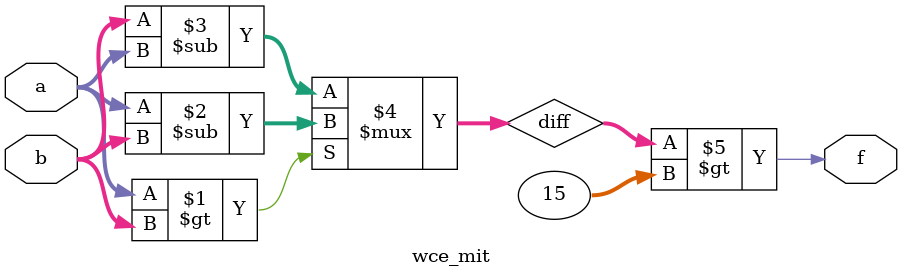
<source format=v>
module wce_mit(a, b, f);
parameter _bit = 33;
parameter wce = 15;
input [_bit - 1: 0] a;
input [_bit - 1: 0] b;
output f;
wire [_bit - 1: 0] diff;
assign diff = (a > b)? (a - b): (b - a);
assign f = (diff > wce);
endmodule

</source>
